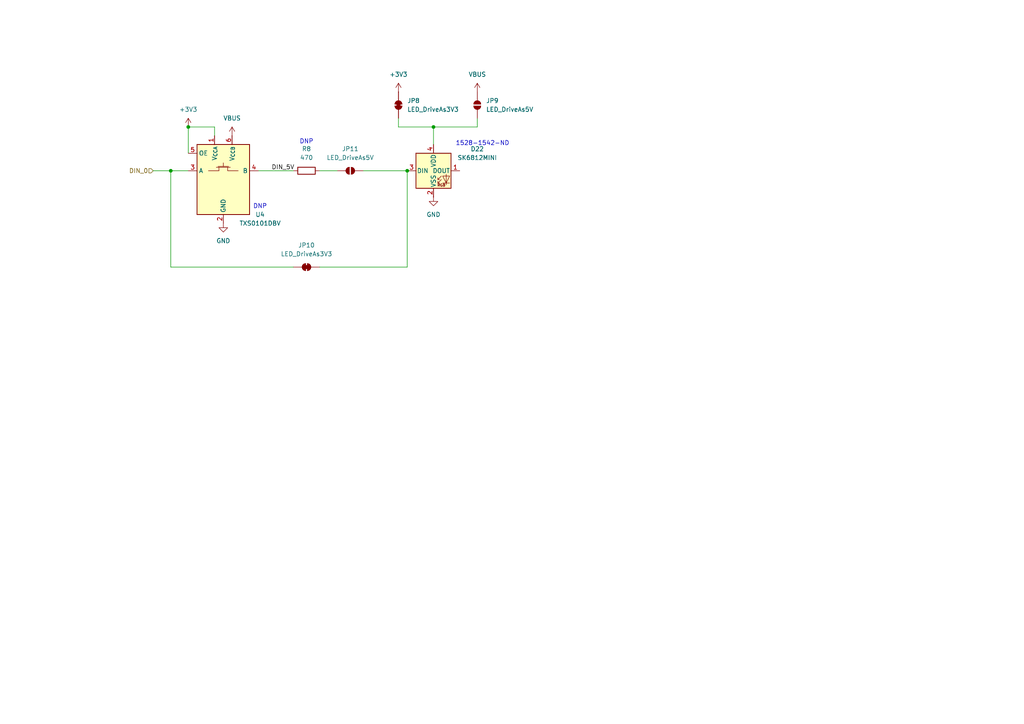
<source format=kicad_sch>
(kicad_sch (version 20231120) (generator "eeschema") (generator_version "8.0")
  (paper "A4")
  (lib_symbols
    (symbol "Device:R" (pin_numbers hide) (pin_names (offset 0))
      (property "Reference" "R" (at 2.032 0 90))
      (property "Value" "R" (at 0 0 90))
      (symbol "R_0_1"
        (rectangle (start -1.016 -2.54) (end 1.016 2.54) (stroke (width 0.254)))
      )
      (symbol "R_1_1"
        (pin passive line (at 0 3.81 270) (length 1.27) (name "~") (number "1"))
        (pin passive line (at 0 -3.81 90) (length 1.27) (name "~") (number "2"))
      )
    )
    (symbol "Jumper:SolderJumper_2_Bridged" (pin_numbers hide) (pin_names (offset 0) hide) (exclude_from_sim yes) (in_bom no)
      (property "Reference" "JP" (at 0 2.032 0))
      (property "Value" "SolderJumper_2_Bridged" (at 0 -2.54 0))
      (symbol "SolderJumper_2_Bridged_0_1"
        (rectangle (start -0.508 0.508) (end 0.508 -0.508) (fill (type outline)))
        (arc (start -0.254 1.016) (mid -1.2656 0) (end -0.254 -1.016))
        (arc (start -0.254 1.016) (mid -1.2656 0) (end -0.254 -1.016) (fill (type outline)))
        (polyline (pts (xy -0.254 1.016) (xy -0.254 -1.016)))
        (polyline (pts (xy 0.254 1.016) (xy 0.254 -1.016)))
        (arc (start 0.254 -1.016) (mid 1.2656 0) (end 0.254 1.016))
        (arc (start 0.254 -1.016) (mid 1.2656 0) (end 0.254 1.016) (fill (type outline)))
      )
      (symbol "SolderJumper_2_Bridged_1_1"
        (pin passive line (at -3.81 0 0) (length 2.54) (name "A") (number "1"))
        (pin passive line (at 3.81 0 180) (length 2.54) (name "B") (number "2"))
      )
    )
    (symbol "Jumper:SolderJumper_2_Open" (pin_numbers hide) (pin_names (offset 0) hide) (exclude_from_sim yes) (in_bom no)
      (property "Reference" "JP" (at 0 2.032 0))
      (property "Value" "SolderJumper_2_Open" (at 0 -2.54 0))
      (symbol "SolderJumper_2_Open_0_1"
        (arc (start -0.254 1.016) (mid -1.2656 0) (end -0.254 -1.016))
        (arc (start -0.254 1.016) (mid -1.2656 0) (end -0.254 -1.016) (fill (type outline)))
        (polyline (pts (xy -0.254 1.016) (xy -0.254 -1.016)))
        (polyline (pts (xy 0.254 1.016) (xy 0.254 -1.016)))
        (arc (start 0.254 -1.016) (mid 1.2656 0) (end 0.254 1.016))
        (arc (start 0.254 -1.016) (mid 1.2656 0) (end 0.254 1.016) (fill (type outline)))
      )
      (symbol "SolderJumper_2_Open_1_1"
        (pin passive line (at -3.81 0 0) (length 2.54) (name "A") (number "1"))
        (pin passive line (at 3.81 0 180) (length 2.54) (name "B") (number "2"))
      )
    )
    (symbol "LED:SK6812MINI" (pin_names (offset 0.254))
      (property "Reference" "D" (at 5.08 5.715 0))
      (property "Value" "SK6812MINI" (at 1.27 -5.715 0))
      (symbol "SK6812MINI_0_0"
        (text "RGB" (at 2.286 -4.191 0) (effects (font (size 0.762 0.762))))
      )
      (symbol "SK6812MINI_0_1"
        (polyline (pts (xy 1.27 -3.556) (xy 1.778 -3.556)))
        (polyline (pts (xy 1.27 -2.54) (xy 1.778 -2.54)))
        (polyline (pts (xy 4.699 -3.556) (xy 2.667 -3.556)))
        (polyline (pts (xy 2.286 -2.54) (xy 1.27 -3.556) (xy 1.27 -3.048)))
        (polyline (pts (xy 2.286 -1.524) (xy 1.27 -2.54) (xy 1.27 -2.032)))
        (polyline (pts (xy 3.683 -1.016) (xy 3.683 -3.556) (xy 3.683 -4.064)))
        (polyline (pts (xy 4.699 -1.524) (xy 2.667 -1.524) (xy 3.683 -3.556) (xy 4.699 -1.524)))
        (rectangle (start 5.08 5.08) (end -5.08 -5.08) (stroke (width 0.254)) (fill (type background)))
      )
      (symbol "SK6812MINI_1_1"
        (pin output line (at 7.62 0 180) (length 2.54) (name "DOUT") (number "1"))
        (pin power_in line (at 0 -7.62 90) (length 2.54) (name "VSS") (number "2"))
        (pin input line (at -7.62 0 0) (length 2.54) (name "DIN") (number "3"))
        (pin power_in line (at 0 7.62 270) (length 2.54) (name "VDD") (number "4"))
      )
    )
    (symbol "Logic_LevelTranslator:TXS0101DBV"
      (property "Reference" "U" (at -6.35 11.43 0))
      (property "Value" "TXS0101DBV" (at 8.89 11.43 0))
      (symbol "TXS0101DBV_0_1"
        (rectangle (start -7.62 10.16) (end 7.62 -10.16) (stroke (width 0.254)) (fill (type background)))
      )
      (symbol "TXS0101DBV_1_1"
        (polyline (pts (xy -4.318 2.54) (xy -1.27 2.54)))
        (polyline (pts (xy -2.032 3.556) (xy 2.032 3.556)))
        (polyline (pts (xy -1.524 3.81) (xy 1.524 3.81)))
        (polyline (pts (xy -1.27 2.54) (xy -1.27 3.556)))
        (polyline (pts (xy 0 3.81) (xy 0 4.826)))
        (polyline (pts (xy 1.27 2.54) (xy 1.27 3.556)))
        (polyline (pts (xy 4.318 2.54) (xy 1.27 2.54)))
        (pin power_in line (at -2.54 12.7 270) (length 2.54) (name "V_{CCA}") (number "1"))
        (pin power_in line (at 0 -12.7 90) (length 2.54) (name "GND") (number "2"))
        (pin bidirectional line (at -10.16 2.54 0) (length 2.54) (name "A") (number "3"))
        (pin bidirectional line (at 10.16 2.54 180) (length 2.54) (name "B") (number "4"))
        (pin input line (at -10.16 7.62 0) (length 2.54) (name "OE") (number "5"))
        (pin power_in line (at 2.54 12.7 270) (length 2.54) (name "V_{CCB}") (number "6"))
      )
    )
    (symbol "power:+3V3" (power) (pin_numbers hide) (pin_names (offset 0) hide)
      (property "Value" "+3V3" (at 0 3.556 0))
      (symbol "+3V3_0_1"
        (polyline (pts (xy -0.762 1.27) (xy 0 2.54)))
        (polyline (pts (xy 0 0) (xy 0 2.54)))
        (polyline (pts (xy 0 2.54) (xy 0.762 1.27)))
      )
      (symbol "+3V3_1_1"
        (pin power_in line (at 0 0 90) (length 0) (name "~") (number "1"))
      )
    )
    (symbol "power:GND" (power) (pin_numbers hide) (pin_names (offset 0) hide)
      (property "Value" "GND" (at 0 -3.81 0))
      (symbol "GND_0_1"
        (polyline (pts (xy 0 0) (xy 0 -1.27) (xy 1.27 -1.27) (xy 0 -2.54) (xy -1.27 -1.27) (xy 0 -1.27)))
      )
      (symbol "GND_1_1"
        (pin power_in line (at 0 0 270) (length 0) (name "~") (number "1"))
      )
    )
    (symbol "power:VBUS" (power) (pin_numbers hide) (pin_names (offset 0) hide)
      (property "Value" "VBUS" (at 0 3.556 0))
      (symbol "VBUS_0_1"
        (polyline (pts (xy -0.762 1.27) (xy 0 2.54)))
        (polyline (pts (xy 0 0) (xy 0 2.54)))
        (polyline (pts (xy 0 2.54) (xy 0.762 1.27)))
      )
      (symbol "VBUS_1_1"
        (pin power_in line (at 0 0 90) (length 0) (name "~") (number "1"))
      )
    )
  )
  (junction (at 54.61 36.83))
  (junction (at 49.53 49.53))
  (junction (at 118.11 49.53))
  (junction (at 125.73 36.83))
  (wire (pts (xy 115.57 36.83) (xy 115.57 34.29)))
  (wire (pts (xy 54.61 36.83) (xy 62.23 36.83)))
  (wire (pts (xy 44.45 49.53) (xy 49.53 49.53)))
  (wire (pts (xy 62.23 36.83) (xy 62.23 39.37)))
  (wire (pts (xy 92.71 77.47) (xy 118.11 77.47)))
  (wire (pts (xy 49.53 49.53) (xy 54.61 49.53)))
  (wire (pts (xy 92.71 49.53) (xy 97.79 49.53)))
  (wire (pts (xy 105.41 49.53) (xy 118.11 49.53)))
  (wire (pts (xy 125.73 36.83) (xy 125.73 41.91)))
  (wire (pts (xy 118.11 77.47) (xy 118.11 49.53)))
  (wire (pts (xy 138.43 36.83) (xy 138.43 34.29)))
  (wire (pts (xy 85.09 49.53) (xy 74.93 49.53)))
  (wire (pts (xy 138.43 36.83) (xy 125.73 36.83)))
  (wire (pts (xy 54.61 36.83) (xy 54.61 44.45)))
  (wire (pts (xy 115.57 36.83) (xy 125.73 36.83)))
  (wire (pts (xy 85.09 77.47) (xy 49.53 77.47)))
  (wire (pts (xy 49.53 77.47) (xy 49.53 49.53)))
  (text "DNP" (at 88.9 41.148 0) (effects (font (size 1.27 1.27))))
  (text "1528-1542-ND" (at 139.954 41.656 0) (effects (font (size 1.27 1.27))))
  (text "DNP" (at 75.438 59.944 0) (effects (font (size 1.27 1.27))))
  (label "DIN_5V" (at 78.74 49.53 0))
  (hierarchical_label "DIN_0" (shape input) (at 44.45 49.53 180))
  (symbol (lib_id "Jumper:SolderJumper_2_Open") (at 101.6 49.53 0) (unit 1) (exclude_from_sim yes) (in_bom no)
    (property "Reference" "JP11" (at 101.6 43.18 0))
    (property "Value" "LED_DriveAs5V" (at 101.6 45.72 0))
    (property "Footprint" "Jumper:SolderJumper-2_P1.3mm_Open_TrianglePad1.0x1.5mm" (effects (hide yes)))
    (property "Description" "Solder Jumper, 2-pole, open" (effects (hide yes)))
  )
  (symbol (lib_id "Jumper:SolderJumper_2_Bridged") (at 88.9 77.47 0) (unit 1) (exclude_from_sim yes) (in_bom no)
    (property "Reference" "JP10" (at 88.9 71.12 0))
    (property "Value" "LED_DriveAs3V3" (at 88.9 73.66 0))
    (property "Footprint" "Jumper:SolderJumper-2_P1.3mm_Bridged_RoundedPad1.0x1.5mm" (effects (hide yes)))
    (property "Description" "Solder Jumper, 2-pole, closed/bridged" (effects (hide yes)))
  )
  (symbol (lib_id "power:GND") (at 125.73 57.15 0) (unit 1)
    (property "Reference" "#PWR026" (effects (hide yes)))
    (property "Value" "GND" (at 125.73 62.23 0))
    (property "Description" "Power symbol creates a global label with name \"GND\" , ground" (effects (hide yes)))
  )
  (symbol (lib_id "Jumper:SolderJumper_2_Open") (at 138.43 30.48 90) (unit 1) (exclude_from_sim yes) (in_bom no)
    (property "Reference" "JP9" (at 140.97 29.2099 90) (effects (justify right)))
    (property "Value" "LED_DriveAs5V" (at 140.97 31.7499 90) (effects (justify right)))
    (property "Footprint" "Jumper:SolderJumper-2_P1.3mm_Open_TrianglePad1.0x1.5mm" (effects (hide yes)))
    (property "Description" "Solder Jumper, 2-pole, open" (effects (hide yes)))
  )
  (symbol (lib_id "power:+3V3") (at 54.61 36.83 0) (unit 1)
    (property "Reference" "#PWR022" (effects (hide yes)))
    (property "Value" "+3V3" (at 54.61 31.75 0))
    (property "Description" "Power symbol creates a global label with name \"+3V3\"" (effects (hide yes)))
  )
  (symbol (lib_id "Device:R") (at 88.9 49.53 270) (unit 1)
    (property "Reference" "R8" (at 88.9 43.18 90))
    (property "Value" "470" (at 88.9 45.72 90))
    (property "Footprint" "Resistor_SMD:R_0603_1608Metric_Pad0.98x0.95mm_HandSolder" (effects (hide yes)))
    (property "Description" "Resistor" (effects (hide yes)))
  )
  (symbol (lib_id "Logic_LevelTranslator:TXS0101DBV") (at 64.77 52.07 0) (unit 1)
    (property "Reference" "U4" (at 75.438 62.23 0))
    (property "Value" "TXS0101DBV" (at 75.438 64.77 0))
    (property "Footprint" "Package_TO_SOT_SMD:SOT-23-6" (effects (hide yes)))
    (property "Datasheet" "https://www.ti.com/lit/ds/symlink/txs0101.pdf" (effects (hide yes)))
    (property "Description" "1-Bit Bidirectional Voltage-Level Shifter for Open-Drain and Push-Pull Application, SOT-23" (effects (hide yes)))
  )
  (symbol (lib_id "Jumper:SolderJumper_2_Bridged") (at 115.57 30.48 90) (unit 1) (exclude_from_sim yes) (in_bom no)
    (property "Reference" "JP8" (at 118.11 29.2099 90) (effects (justify right)))
    (property "Value" "LED_DriveAs3V3" (at 118.11 31.7499 90) (effects (justify right)))
    (property "Footprint" "Jumper:SolderJumper-2_P1.3mm_Bridged_RoundedPad1.0x1.5mm" (effects (hide yes)))
    (property "Description" "Solder Jumper, 2-pole, closed/bridged" (effects (hide yes)))
  )
  (symbol (lib_id "power:VBUS") (at 67.31 39.37 0) (unit 1)
    (property "Reference" "#PWR024" (effects (hide yes)))
    (property "Value" "VBUS" (at 67.31 34.29 0))
    (property "Description" "Power symbol creates a global label with name \"VBUS\"" (effects (hide yes)))
  )
  (symbol (lib_id "power:+3V3") (at 115.57 26.67 0) (unit 1)
    (property "Reference" "#PWR012" (effects (hide yes)))
    (property "Value" "+3V3" (at 115.57 21.59 0))
    (property "Description" "Power symbol creates a global label with name \"+3V3\"" (effects (hide yes)))
  )
  (symbol (lib_id "LED:SK6812MINI") (at 125.73 49.53 0) (unit 1)
    (property "Reference" "D22" (at 138.43 43.2114 0))
    (property "Value" "SK6812MINI" (at 138.43 45.7514 0))
    (property "Footprint" "LED_SMD:LED_SK6812MINI_PLCC4_3.5x3.5mm_P1.75mm" (effects (hide yes)))
    (property "Datasheet" "https://cdn-shop.adafruit.com/product-files/2686/SK6812MINI_REV.01-1-2.pdf" (effects (hide yes)))
    (property "Description" "RGB LED with integrated controller" (effects (hide yes)))
  )
  (symbol (lib_id "power:GND") (at 64.77 64.77 0) (unit 1)
    (property "Reference" "#PWR023" (effects (hide yes)))
    (property "Value" "GND" (at 64.77 69.85 0))
    (property "Description" "Power symbol creates a global label with name \"GND\" , ground" (effects (hide yes)))
  )
  (symbol (lib_id "power:VBUS") (at 138.43 26.67 0) (unit 1)
    (property "Reference" "#PWR025" (effects (hide yes)))
    (property "Value" "VBUS" (at 138.43 21.59 0))
    (property "Description" "Power symbol creates a global label with name \"VBUS\"" (effects (hide yes)))
  )
)
</source>
